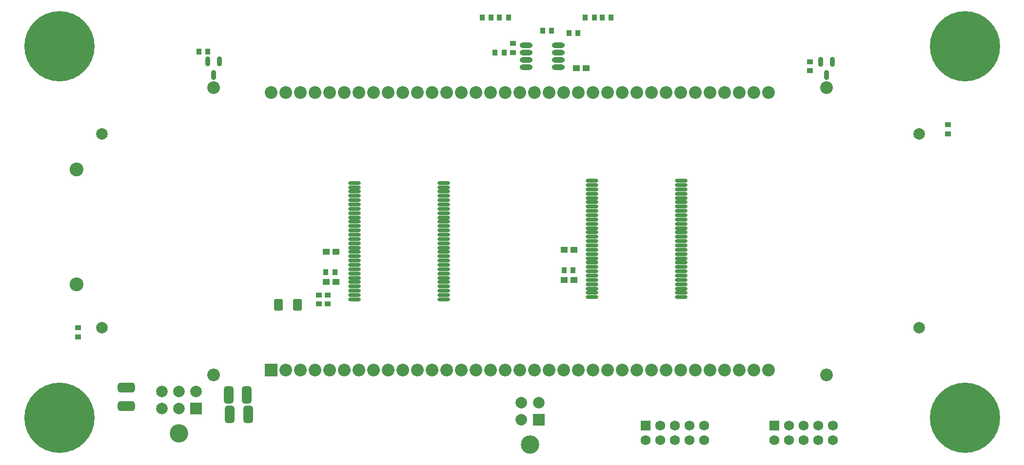
<source format=gbs>
G04 Layer_Color=16711935*
%FSLAX24Y24*%
%MOIN*%
G70*
G01*
G75*
%ADD36C,0.0946*%
%ADD37C,0.0680*%
%ADD38R,0.0680X0.0680*%
%ADD39C,0.0789*%
%ADD40C,0.1261*%
%ADD41R,0.0789X0.0789*%
%ADD42C,0.0867*%
%ADD43R,0.0867X0.0867*%
%ADD44C,0.4804*%
%ADD45R,0.0434X0.0356*%
G04:AMPARAMS|DCode=46|XSize=118.2mil|YSize=67.1mil|CornerRadius=18.8mil|HoleSize=0mil|Usage=FLASHONLY|Rotation=270.000|XOffset=0mil|YOffset=0mil|HoleType=Round|Shape=RoundedRectangle|*
%AMROUNDEDRECTD46*
21,1,0.1182,0.0295,0,0,270.0*
21,1,0.0807,0.0671,0,0,270.0*
1,1,0.0375,-0.0148,-0.0404*
1,1,0.0375,-0.0148,0.0404*
1,1,0.0375,0.0148,0.0404*
1,1,0.0375,0.0148,-0.0404*
%
%ADD46ROUNDEDRECTD46*%
G04:AMPARAMS|DCode=47|XSize=59.2mil|YSize=80mil|CornerRadius=6.6mil|HoleSize=0mil|Usage=FLASHONLY|Rotation=0.000|XOffset=0mil|YOffset=0mil|HoleType=Round|Shape=RoundedRectangle|*
%AMROUNDEDRECTD47*
21,1,0.0592,0.0669,0,0,0.0*
21,1,0.0461,0.0800,0,0,0.0*
1,1,0.0131,0.0230,-0.0335*
1,1,0.0131,-0.0230,-0.0335*
1,1,0.0131,-0.0230,0.0335*
1,1,0.0131,0.0230,0.0335*
%
%ADD47ROUNDEDRECTD47*%
G04:AMPARAMS|DCode=48|XSize=118.2mil|YSize=67.1mil|CornerRadius=18.8mil|HoleSize=0mil|Usage=FLASHONLY|Rotation=0.000|XOffset=0mil|YOffset=0mil|HoleType=Round|Shape=RoundedRectangle|*
%AMROUNDEDRECTD48*
21,1,0.1182,0.0295,0,0,0.0*
21,1,0.0807,0.0671,0,0,0.0*
1,1,0.0375,0.0404,-0.0148*
1,1,0.0375,-0.0404,-0.0148*
1,1,0.0375,-0.0404,0.0148*
1,1,0.0375,0.0404,0.0148*
%
%ADD48ROUNDEDRECTD48*%
%ADD49R,0.0474X0.0434*%
%ADD50R,0.0356X0.0434*%
%ADD51O,0.0880X0.0375*%
%ADD52O,0.0361X0.0671*%
%ADD53O,0.0867X0.0277*%
D36*
X10915Y29232D02*
D03*
Y37106D02*
D03*
D37*
X60600Y18550D02*
D03*
Y19550D02*
D03*
X61600Y18550D02*
D03*
X62600D02*
D03*
X58600D02*
D03*
X59600D02*
D03*
X61600Y19550D02*
D03*
X62600D02*
D03*
X59600D02*
D03*
X51800Y18550D02*
D03*
Y19550D02*
D03*
X52800Y18550D02*
D03*
X53800D02*
D03*
X49800D02*
D03*
X50800D02*
D03*
X52800Y19550D02*
D03*
X53800D02*
D03*
X50800D02*
D03*
D38*
X58600D02*
D03*
X49800D02*
D03*
D39*
X42500Y21131D02*
D03*
X41319D02*
D03*
Y19950D02*
D03*
X16732Y21897D02*
D03*
Y20716D02*
D03*
X17913Y21897D02*
D03*
X19094D02*
D03*
X17913Y20716D02*
D03*
X68516Y39530D02*
D03*
Y26250D02*
D03*
X12650Y39530D02*
D03*
Y26250D02*
D03*
D40*
X41909Y18249D02*
D03*
X17913Y19023D02*
D03*
D41*
X42500Y19950D02*
D03*
X19094Y20716D02*
D03*
D42*
X20285Y23022D02*
D03*
Y42707D02*
D03*
X62175Y23022D02*
D03*
Y42707D02*
D03*
X25200Y23350D02*
D03*
X26200D02*
D03*
X27200D02*
D03*
X28200D02*
D03*
X29200D02*
D03*
X30200D02*
D03*
X31200D02*
D03*
X32200D02*
D03*
X33200D02*
D03*
X34200D02*
D03*
X35200D02*
D03*
X36200D02*
D03*
X37200D02*
D03*
X38200D02*
D03*
X39200D02*
D03*
X40200D02*
D03*
X41200D02*
D03*
X42200D02*
D03*
X43200D02*
D03*
X44200D02*
D03*
X45200D02*
D03*
X46200D02*
D03*
X47200D02*
D03*
X48200D02*
D03*
X49200D02*
D03*
X50200D02*
D03*
X51200D02*
D03*
X52200D02*
D03*
X53200D02*
D03*
X54200D02*
D03*
X55200D02*
D03*
X56200D02*
D03*
X57200D02*
D03*
X58200D02*
D03*
X24200Y42350D02*
D03*
X25200D02*
D03*
X26200D02*
D03*
X27200D02*
D03*
X28200D02*
D03*
X29200D02*
D03*
X30200D02*
D03*
X31200D02*
D03*
X32200D02*
D03*
X33200D02*
D03*
X34200D02*
D03*
X35200D02*
D03*
X36200D02*
D03*
X37200D02*
D03*
X38200D02*
D03*
X39200D02*
D03*
X40200D02*
D03*
X41200D02*
D03*
X42200D02*
D03*
X43200D02*
D03*
X44200D02*
D03*
X45200D02*
D03*
X46200D02*
D03*
X47200D02*
D03*
X48200D02*
D03*
X49200D02*
D03*
X50200D02*
D03*
X51200D02*
D03*
X52200D02*
D03*
X53200D02*
D03*
X54200D02*
D03*
X55200D02*
D03*
X56200D02*
D03*
X57200D02*
D03*
X58200D02*
D03*
D43*
X24200Y23350D02*
D03*
D44*
X71634Y20100D02*
D03*
X9750D02*
D03*
X71634Y45529D02*
D03*
X9750D02*
D03*
D45*
X11004Y25640D02*
D03*
Y26250D02*
D03*
X70492Y39537D02*
D03*
Y40147D02*
D03*
X40738Y45718D02*
D03*
Y45108D02*
D03*
X61063Y44469D02*
D03*
Y43859D02*
D03*
X28071Y27894D02*
D03*
Y28504D02*
D03*
X27470Y27894D02*
D03*
Y28504D02*
D03*
D46*
X21378Y20335D02*
D03*
X22638D02*
D03*
X21299Y21654D02*
D03*
X22559D02*
D03*
D47*
X24714Y27825D02*
D03*
X26014D02*
D03*
D48*
X14321Y20896D02*
D03*
Y22156D02*
D03*
D49*
X45758Y44026D02*
D03*
X45089D02*
D03*
X44921Y29528D02*
D03*
X44252D02*
D03*
X44921Y31604D02*
D03*
X44252D02*
D03*
X28642Y31447D02*
D03*
X27972D02*
D03*
X28642Y29380D02*
D03*
X27972D02*
D03*
D50*
X47461Y47480D02*
D03*
X46851D02*
D03*
X40433D02*
D03*
X39823D02*
D03*
X46299D02*
D03*
X45689D02*
D03*
X39262D02*
D03*
X38652D02*
D03*
X42776Y46585D02*
D03*
X43386D02*
D03*
X44577Y46437D02*
D03*
X45187D02*
D03*
X40138Y45108D02*
D03*
X39528D02*
D03*
X19882Y45177D02*
D03*
X19272D02*
D03*
X44242Y30207D02*
D03*
X44852D02*
D03*
X27963Y30059D02*
D03*
X28573D02*
D03*
D51*
X43863Y45104D02*
D03*
X41663D02*
D03*
X43863Y45604D02*
D03*
X41663D02*
D03*
X43863Y44104D02*
D03*
Y44604D02*
D03*
X41663D02*
D03*
Y44104D02*
D03*
D52*
X19882Y44483D02*
D03*
X20682D02*
D03*
X20282Y43573D02*
D03*
X61772Y44473D02*
D03*
X62572D02*
D03*
X62172Y43563D02*
D03*
D53*
X46150Y28350D02*
D03*
Y28645D02*
D03*
Y28941D02*
D03*
Y29236D02*
D03*
Y29531D02*
D03*
Y29826D02*
D03*
Y30122D02*
D03*
Y30417D02*
D03*
Y30712D02*
D03*
Y31007D02*
D03*
Y31303D02*
D03*
Y31598D02*
D03*
Y31893D02*
D03*
Y32189D02*
D03*
Y32484D02*
D03*
Y32779D02*
D03*
Y33074D02*
D03*
Y33370D02*
D03*
Y33665D02*
D03*
Y33960D02*
D03*
Y34256D02*
D03*
Y34551D02*
D03*
Y34846D02*
D03*
Y35141D02*
D03*
Y35437D02*
D03*
Y35732D02*
D03*
Y36027D02*
D03*
Y36322D02*
D03*
X52252Y28350D02*
D03*
Y28645D02*
D03*
Y28941D02*
D03*
Y29236D02*
D03*
Y29531D02*
D03*
Y29826D02*
D03*
Y30122D02*
D03*
Y30417D02*
D03*
Y30712D02*
D03*
Y31007D02*
D03*
Y31303D02*
D03*
Y31598D02*
D03*
Y31893D02*
D03*
Y32189D02*
D03*
Y32484D02*
D03*
Y32779D02*
D03*
Y33074D02*
D03*
Y33370D02*
D03*
Y33665D02*
D03*
Y33960D02*
D03*
Y34256D02*
D03*
Y34551D02*
D03*
Y34846D02*
D03*
Y35141D02*
D03*
Y35437D02*
D03*
Y35732D02*
D03*
Y36027D02*
D03*
Y36322D02*
D03*
X29900Y28200D02*
D03*
Y28495D02*
D03*
Y28791D02*
D03*
Y29086D02*
D03*
Y29381D02*
D03*
Y29676D02*
D03*
Y29972D02*
D03*
Y30267D02*
D03*
Y30562D02*
D03*
Y30857D02*
D03*
Y31153D02*
D03*
Y31448D02*
D03*
Y31743D02*
D03*
Y32039D02*
D03*
Y32334D02*
D03*
Y32629D02*
D03*
Y32924D02*
D03*
Y33220D02*
D03*
Y33515D02*
D03*
Y33810D02*
D03*
Y34106D02*
D03*
Y34401D02*
D03*
Y34696D02*
D03*
Y34991D02*
D03*
Y35287D02*
D03*
Y35582D02*
D03*
Y35877D02*
D03*
Y36172D02*
D03*
X36002Y28200D02*
D03*
Y28495D02*
D03*
Y28791D02*
D03*
Y29086D02*
D03*
Y29381D02*
D03*
Y29676D02*
D03*
Y29972D02*
D03*
Y30267D02*
D03*
Y30562D02*
D03*
Y30857D02*
D03*
Y31153D02*
D03*
Y31448D02*
D03*
Y31743D02*
D03*
Y32039D02*
D03*
Y32334D02*
D03*
Y32629D02*
D03*
Y32924D02*
D03*
Y33220D02*
D03*
Y33515D02*
D03*
Y33810D02*
D03*
Y34106D02*
D03*
Y34401D02*
D03*
Y34696D02*
D03*
Y34991D02*
D03*
Y35287D02*
D03*
Y35582D02*
D03*
Y35877D02*
D03*
Y36172D02*
D03*
M02*

</source>
